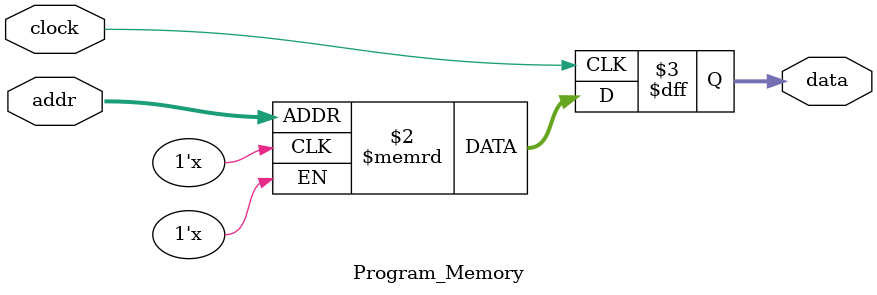
<source format=v>

module Program_Memory(
	input[10:0] addr,
	output reg[15:0] data,
	input clock
);

reg[15:0] memory[0:511] /* synthesis ram_init_file = "program.mif" */;

/* synthesis translate_off */
// for Sim only (quartus chokes on it, and also has different path from
// modelsim)
initial
	$readmemh("/home/asx/class/2021Fall/CPE523/project/verilog/program.mem", memory);

/* synthesis translate_on */

always @(posedge clock)
		data = memory[addr];
endmodule

</source>
